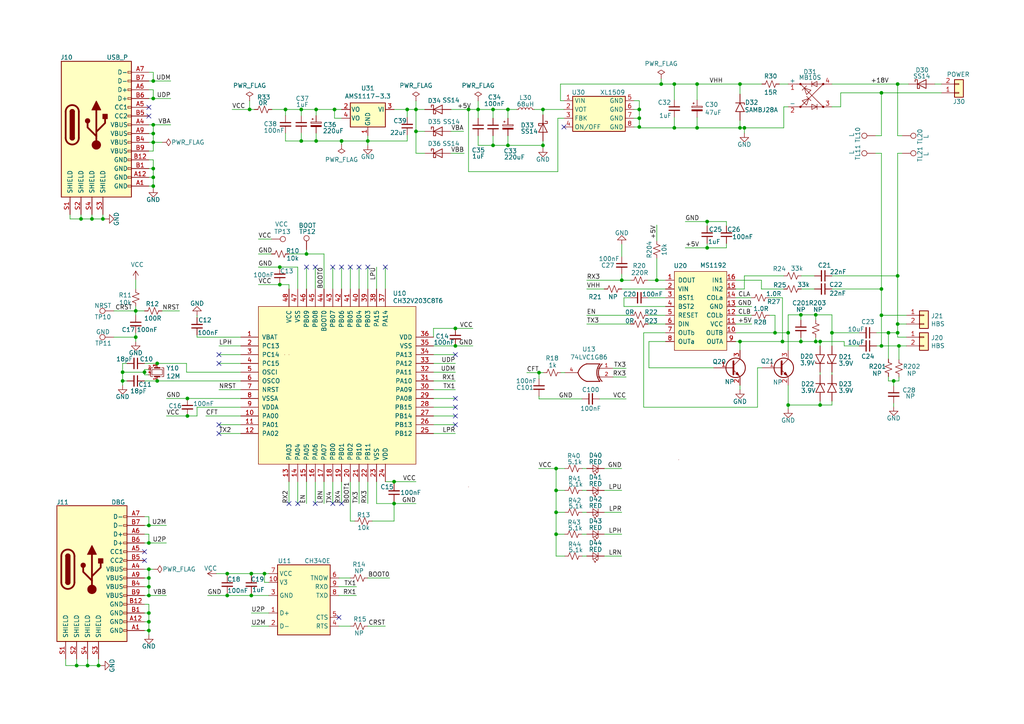
<source format=kicad_sch>
(kicad_sch (version 20211123) (generator eeschema)
  (paper "A4")
  (junction (at 132.08 95.25))
  (junction (at 44.45 41.275))
  (junction (at 156.337 108.077))
  (junction (at 28.575 193.04))
  (junction (at 91.694 40.894))
  (junction (at 147.32 31.75))
  (junction (at 232.283 99.06))
  (junction (at 237.871 117.475))
  (junction (at 214.63 24.384))
  (junction (at 44.45 53.975))
  (junction (at 260.35 96.52))
  (junction (at 45.593 105.41))
  (junction (at 260.35 24.384))
  (junction (at 236.601 99.06))
  (junction (at 88.9 73.66))
  (junction (at 120.65 31.75))
  (junction (at 180.34 81.28))
  (junction (at 161.29 148.59))
  (junction (at 72.898 166.37))
  (junction (at 255.651 100.33))
  (junction (at 82.804 31.75))
  (junction (at 54.356 120.65))
  (junction (at 81.153 77.47))
  (junction (at 87.376 40.894))
  (junction (at 25.4 193.04))
  (junction (at 260.35 80.01))
  (junction (at 45.593 110.49))
  (junction (at 43.18 182.88))
  (junction (at 214.63 37.084))
  (junction (at 120.65 38.1))
  (junction (at 195.58 37.084))
  (junction (at 114.3 146.05))
  (junction (at 65.913 166.37))
  (junction (at 236.601 91.313))
  (junction (at 97.028 31.75))
  (junction (at 29.845 63.5))
  (junction (at 190.5 81.28))
  (junction (at 39.37 90.17))
  (junction (at 228.6 117.475))
  (junction (at 143.002 42.164))
  (junction (at 44.45 48.895))
  (junction (at 226.949 99.06))
  (junction (at 43.18 165.1))
  (junction (at 255.651 83.82))
  (junction (at 39.37 97.79))
  (junction (at 26.67 63.5))
  (junction (at 143.002 31.75))
  (junction (at 255.651 91.44))
  (junction (at 214.63 99.06))
  (junction (at 257.683 96.52))
  (junction (at 81.153 82.55))
  (junction (at 65.913 172.72))
  (junction (at 44.45 36.195))
  (junction (at 72.39 31.75))
  (junction (at 228.6 96.52))
  (junction (at 260.35 93.98))
  (junction (at 76.708 166.37))
  (junction (at 135.89 31.75))
  (junction (at 232.283 91.313))
  (junction (at 215.9 37.084))
  (junction (at 147.32 42.164))
  (junction (at 114.3 139.7))
  (junction (at 202.184 37.084))
  (junction (at 260.731 100.33))
  (junction (at 22.225 193.04))
  (junction (at 43.18 157.48))
  (junction (at 43.18 172.72))
  (junction (at 35.56 110.49))
  (junction (at 44.45 28.575))
  (junction (at 23.495 63.5))
  (junction (at 195.58 24.384))
  (junction (at 157.48 31.75))
  (junction (at 54.356 115.57))
  (junction (at 255.651 26.924))
  (junction (at 161.29 135.89))
  (junction (at 99.06 40.894))
  (junction (at 205.105 64.262))
  (junction (at 43.18 180.34))
  (junction (at 185.42 34.29))
  (junction (at 224.79 96.52))
  (junction (at 185.42 31.75))
  (junction (at 91.694 31.75))
  (junction (at 161.29 142.24))
  (junction (at 185.42 36.83))
  (junction (at 259.207 110.49))
  (junction (at 44.45 51.435))
  (junction (at 132.08 100.33))
  (junction (at 118.11 31.75))
  (junction (at 161.29 154.94))
  (junction (at 106.68 40.894))
  (junction (at 43.18 152.4))
  (junction (at 202.184 24.384))
  (junction (at 44.45 38.735))
  (junction (at 241.3 96.52))
  (junction (at 44.45 23.495))
  (junction (at 35.56 107.95))
  (junction (at 41.91 107.95))
  (junction (at 157.48 42.164))
  (junction (at 87.376 31.75))
  (junction (at 237.871 99.06))
  (junction (at 72.898 172.72))
  (junction (at 191.77 24.384))
  (junction (at 43.18 177.8))
  (junction (at 205.105 71.882))
  (junction (at 138.684 31.75))
  (junction (at 43.18 170.18))
  (junction (at 43.18 167.64))
  (no_connect (at 86.36 146.05))
  (no_connect (at 83.82 146.05))
  (no_connect (at 106.68 77.47))
  (no_connect (at 41.91 162.56))
  (no_connect (at 99.06 77.47))
  (no_connect (at 99.06 146.05))
  (no_connect (at 63.5 125.73))
  (no_connect (at 43.18 31.115))
  (no_connect (at 96.52 146.05))
  (no_connect (at 104.14 77.47))
  (no_connect (at 91.44 146.05))
  (no_connect (at 91.44 77.47))
  (no_connect (at 163.576 36.83))
  (no_connect (at 132.08 123.19))
  (no_connect (at 63.5 105.41))
  (no_connect (at 88.9 77.47))
  (no_connect (at 132.08 118.11))
  (no_connect (at 43.18 33.655))
  (no_connect (at 101.6 77.47))
  (no_connect (at 41.91 160.02))
  (no_connect (at 63.5 123.19))
  (no_connect (at 132.08 102.87))
  (no_connect (at 132.08 115.57))
  (no_connect (at 98.298 179.07))
  (no_connect (at 132.08 120.65))
  (no_connect (at 63.5 102.87))
  (no_connect (at 96.52 77.47))
  (no_connect (at 111.76 77.47))
  (wire (pts (xy 175.26 135.89) (xy 180.34 135.89)))
  (wire (pts (xy 260.731 100.33) (xy 260.731 104.267)))
  (wire (pts (xy 41.91 170.18) (xy 43.18 170.18)))
  (wire (pts (xy 161.29 161.29) (xy 161.29 154.94)))
  (wire (pts (xy 125.73 113.03) (xy 132.08 113.03)))
  (wire (pts (xy 273.05 24.384) (xy 271.145 24.384)))
  (wire (pts (xy 33.02 97.79) (xy 39.37 97.79)))
  (wire (pts (xy 214.63 34.925) (xy 214.63 37.084)))
  (wire (pts (xy 120.65 44.45) (xy 120.65 38.1)))
  (wire (pts (xy 202.184 24.384) (xy 214.63 24.384)))
  (wire (pts (xy 183.896 36.83) (xy 185.42 36.83)))
  (wire (pts (xy 91.44 146.05) (xy 91.44 139.7)))
  (wire (pts (xy 163.83 135.89) (xy 161.29 135.89)))
  (wire (pts (xy 147.32 34.29) (xy 147.32 31.75)))
  (wire (pts (xy 93.98 73.66) (xy 93.98 83.82)))
  (wire (pts (xy 162.687 108.077) (xy 163.83 108.077)))
  (wire (pts (xy 109.22 139.7) (xy 109.22 146.05)))
  (wire (pts (xy 232.41 83.82) (xy 236.22 83.82)))
  (wire (pts (xy 255.651 91.44) (xy 255.651 100.33)))
  (wire (pts (xy 41.91 108.712) (xy 41.91 107.95)))
  (wire (pts (xy 163.576 31.75) (xy 157.48 31.75)))
  (wire (pts (xy 39.37 90.17) (xy 41.91 90.17)))
  (wire (pts (xy 106.68 146.05) (xy 106.68 139.7)))
  (wire (pts (xy 91.694 40.894) (xy 99.06 40.894)))
  (wire (pts (xy 168.91 148.59) (xy 170.18 148.59)))
  (wire (pts (xy 220.98 106.68) (xy 219.71 106.68)))
  (wire (pts (xy 213.36 88.9) (xy 218.059 88.9)))
  (wire (pts (xy 224.79 96.52) (xy 228.6 96.52)))
  (wire (pts (xy 65.913 172.72) (xy 60.198 172.72)))
  (wire (pts (xy 77.978 168.91) (xy 76.708 168.91)))
  (wire (pts (xy 223.012 86.36) (xy 226.949 86.36)))
  (wire (pts (xy 120.65 31.75) (xy 123.19 31.75)))
  (wire (pts (xy 36.83 105.41) (xy 35.56 105.41)))
  (wire (pts (xy 186.69 96.52) (xy 193.04 96.52)))
  (wire (pts (xy 82.804 38.608) (xy 82.804 40.894)))
  (wire (pts (xy 143.002 42.164) (xy 147.32 42.164)))
  (wire (pts (xy 125.73 95.25) (xy 125.73 97.79)))
  (wire (pts (xy 257.683 96.52) (xy 257.683 104.14)))
  (wire (pts (xy 260.35 44.45) (xy 260.35 80.01)))
  (wire (pts (xy 57.15 97.79) (xy 57.15 97.155)))
  (wire (pts (xy 138.684 34.29) (xy 138.684 31.75)))
  (wire (pts (xy 190.5 81.28) (xy 193.04 81.28)))
  (wire (pts (xy 260.35 93.98) (xy 262.89 93.98)))
  (wire (pts (xy 96.52 146.05) (xy 96.52 139.7)))
  (wire (pts (xy 39.37 90.17) (xy 39.37 91.44)))
  (wire (pts (xy 161.29 154.94) (xy 163.703 154.94)))
  (wire (pts (xy 254 44.45) (xy 255.651 44.45)))
  (wire (pts (xy 135.89 49.784) (xy 135.89 31.75)))
  (wire (pts (xy 125.73 107.95) (xy 132.08 107.95)))
  (wire (pts (xy 241.3 100.33) (xy 241.3 96.52)))
  (wire (pts (xy 143.002 31.75) (xy 147.32 31.75)))
  (wire (pts (xy 44.45 38.735) (xy 44.45 41.275)))
  (wire (pts (xy 138.684 29.21) (xy 138.684 31.75)))
  (wire (pts (xy 41.91 180.34) (xy 43.18 180.34)))
  (wire (pts (xy 43.18 182.88) (xy 41.91 182.88)))
  (wire (pts (xy 77.978 181.61) (xy 72.898 181.61)))
  (wire (pts (xy 161.798 49.784) (xy 135.89 49.784)))
  (wire (pts (xy 226.949 86.36) (xy 226.949 99.06)))
  (wire (pts (xy 39.37 81.153) (xy 39.37 83.82)))
  (wire (pts (xy 243.84 26.924) (xy 243.84 30.988)))
  (wire (pts (xy 25.4 191.135) (xy 25.4 193.04)))
  (wire (pts (xy 43.18 20.955) (xy 44.45 20.955)))
  (wire (pts (xy 260.35 24.384) (xy 260.35 39.37)))
  (wire (pts (xy 125.73 118.11) (xy 132.08 118.11)))
  (wire (pts (xy 69.85 100.33) (xy 63.5 100.33)))
  (wire (pts (xy 161.29 148.59) (xy 161.29 154.94)))
  (wire (pts (xy 254.254 100.33) (xy 255.651 100.33)))
  (wire (pts (xy 69.85 123.19) (xy 63.5 123.19)))
  (wire (pts (xy 232.283 97.917) (xy 232.283 99.06)))
  (wire (pts (xy 162.56 24.384) (xy 191.77 24.384)))
  (wire (pts (xy 147.32 31.75) (xy 149.86 31.75)))
  (wire (pts (xy 257.683 110.49) (xy 259.207 110.49)))
  (wire (pts (xy 227.33 37.084) (xy 215.9 37.084)))
  (wire (pts (xy 236.601 91.313) (xy 236.601 92.837)))
  (wire (pts (xy 22.225 191.135) (xy 22.225 193.04)))
  (wire (pts (xy 44.45 53.975) (xy 44.45 54.61)))
  (wire (pts (xy 168.91 142.24) (xy 170.18 142.24)))
  (wire (pts (xy 193.04 88.9) (xy 180.975 88.9)))
  (wire (pts (xy 109.22 77.47) (xy 109.22 83.82)))
  (wire (pts (xy 87.376 40.894) (xy 91.694 40.894)))
  (wire (pts (xy 44.45 26.035) (xy 44.45 28.575)))
  (wire (pts (xy 88.9 73.66) (xy 88.9 72.39)))
  (wire (pts (xy 241.3 80.01) (xy 260.35 80.01)))
  (wire (pts (xy 123.19 44.45) (xy 120.65 44.45)))
  (wire (pts (xy 241.3 96.52) (xy 249.174 96.52)))
  (wire (pts (xy 228.6 91.313) (xy 232.283 91.313)))
  (wire (pts (xy 260.35 93.98) (xy 260.35 96.52)))
  (wire (pts (xy 255.651 26.924) (xy 273.05 26.924)))
  (wire (pts (xy 43.18 38.735) (xy 44.45 38.735)))
  (wire (pts (xy 191.77 22.86) (xy 191.77 24.384)))
  (wire (pts (xy 54.356 115.57) (xy 48.26 115.57)))
  (wire (pts (xy 241.3 117.475) (xy 237.871 117.475)))
  (wire (pts (xy 241.3 83.82) (xy 255.651 83.82)))
  (wire (pts (xy 228.6 111.76) (xy 228.6 117.475)))
  (wire (pts (xy 107.95 151.13) (xy 114.3 151.13)))
  (wire (pts (xy 82.804 40.894) (xy 87.376 40.894)))
  (wire (pts (xy 156.337 108.077) (xy 157.607 108.077)))
  (wire (pts (xy 57.15 91.44) (xy 57.15 92.075)))
  (wire (pts (xy 236.601 97.917) (xy 236.601 99.06)))
  (wire (pts (xy 44.45 51.435) (xy 44.45 53.975)))
  (wire (pts (xy 83.82 83.82) (xy 83.82 82.55)))
  (wire (pts (xy 214.63 37.084) (xy 215.9 37.084)))
  (wire (pts (xy 41.91 107.95) (xy 35.56 107.95)))
  (wire (pts (xy 228.6 96.52) (xy 228.6 91.313)))
  (wire (pts (xy 215.9 83.82) (xy 213.36 83.82)))
  (wire (pts (xy 44.45 41.275) (xy 44.45 43.815)))
  (wire (pts (xy 69.85 113.03) (xy 63.5 113.03)))
  (wire (pts (xy 213.36 81.28) (xy 220.853 81.28)))
  (wire (pts (xy 26.67 63.5) (xy 29.845 63.5)))
  (wire (pts (xy 161.29 135.89) (xy 161.29 142.24)))
  (wire (pts (xy 104.14 77.47) (xy 104.14 83.82)))
  (wire (pts (xy 213.36 93.98) (xy 218.059 93.98)))
  (wire (pts (xy 77.978 172.72) (xy 72.898 172.72)))
  (wire (pts (xy 260.35 80.01) (xy 260.35 93.98)))
  (wire (pts (xy 106.68 40.894) (xy 106.68 39.37)))
  (wire (pts (xy 157.48 42.926) (xy 157.48 42.164)))
  (wire (pts (xy 237.871 107.95) (xy 237.871 108.712)))
  (wire (pts (xy 215.9 80.01) (xy 215.9 83.82)))
  (wire (pts (xy 259.207 110.49) (xy 259.207 111.887)))
  (wire (pts (xy 72.898 166.37) (xy 65.913 166.37)))
  (wire (pts (xy 86.36 146.05) (xy 86.36 139.7)))
  (wire (pts (xy 215.9 37.084) (xy 215.9 38.608)))
  (wire (pts (xy 125.73 110.49) (xy 132.08 110.49)))
  (wire (pts (xy 227.33 30.988) (xy 228.6 30.988)))
  (wire (pts (xy 43.053 108.712) (xy 41.91 108.712)))
  (wire (pts (xy 143.002 39.37) (xy 143.002 42.164)))
  (wire (pts (xy 65.913 167.005) (xy 65.913 166.37)))
  (wire (pts (xy 44.45 36.195) (xy 49.53 36.195)))
  (wire (pts (xy 177.8 109.347) (xy 181.61 109.347)))
  (wire (pts (xy 98.298 181.61) (xy 101.6 181.61)))
  (wire (pts (xy 202.184 28.956) (xy 202.184 24.384)))
  (wire (pts (xy 241.3 116.332) (xy 241.3 117.475)))
  (wire (pts (xy 106.68 42.164) (xy 106.68 40.894)))
  (wire (pts (xy 97.028 31.75) (xy 99.06 31.75)))
  (wire (pts (xy 74.93 73.66) (xy 78.74 73.66)))
  (wire (pts (xy 195.58 28.956) (xy 195.58 24.384)))
  (wire (pts (xy 210.693 70.612) (xy 210.693 71.882)))
  (wire (pts (xy 41.91 175.26) (xy 43.18 175.26)))
  (wire (pts (xy 76.708 166.37) (xy 72.898 166.37)))
  (wire (pts (xy 23.495 62.23) (xy 23.495 63.5)))
  (wire (pts (xy 120.65 29.21) (xy 120.65 31.75)))
  (wire (pts (xy 44.45 46.355) (xy 44.45 48.895)))
  (wire (pts (xy 156.337 108.077) (xy 156.337 109.855)))
  (wire (pts (xy 87.376 33.528) (xy 87.376 31.75)))
  (wire (pts (xy 20.32 62.23) (xy 20.32 63.5)))
  (wire (pts (xy 237.871 99.06) (xy 244.856 99.06)))
  (wire (pts (xy 91.44 77.47) (xy 91.44 83.82)))
  (wire (pts (xy 232.283 91.313) (xy 236.601 91.313)))
  (wire (pts (xy 255.651 26.924) (xy 255.651 39.37)))
  (wire (pts (xy 228.6 101.6) (xy 228.6 96.52)))
  (wire (pts (xy 41.91 177.8) (xy 43.18 177.8)))
  (wire (pts (xy 254 39.37) (xy 255.651 39.37)))
  (wire (pts (xy 46.99 90.17) (xy 52.07 90.17)))
  (wire (pts (xy 19.05 193.04) (xy 22.225 193.04)))
  (wire (pts (xy 69.85 105.41) (xy 63.5 105.41)))
  (wire (pts (xy 41.91 107.188) (xy 43.053 107.188)))
  (wire (pts (xy 180.34 83.82) (xy 193.04 83.82)))
  (wire (pts (xy 91.694 31.75) (xy 97.028 31.75)))
  (wire (pts (xy 39.37 97.79) (xy 39.37 99.06)))
  (wire (pts (xy 114.3 139.7) (xy 120.65 139.7)))
  (wire (pts (xy 220.853 81.28) (xy 220.853 83.82)))
  (wire (pts (xy 175.26 161.29) (xy 180.34 161.29)))
  (wire (pts (xy 185.42 29.21) (xy 185.42 31.75)))
  (wire (pts (xy 43.18 177.8) (xy 43.18 180.34)))
  (wire (pts (xy 260.35 24.384) (xy 263.525 24.384)))
  (wire (pts (xy 161.798 34.29) (xy 161.798 49.784)))
  (wire (pts (xy 43.18 41.275) (xy 44.45 41.275)))
  (wire (pts (xy 260.35 97.79) (xy 262.89 97.79)))
  (wire (pts (xy 207.01 106.68) (xy 188.214 106.68)))
  (wire (pts (xy 43.18 175.26) (xy 43.18 177.8)))
  (wire (pts (xy 162.56 29.21) (xy 162.56 24.384)))
  (wire (pts (xy 175.26 148.59) (xy 180.34 148.59)))
  (wire (pts (xy 57.15 118.11) (xy 69.85 118.11)))
  (wire (pts (xy 161.29 135.89) (xy 156.21 135.89)))
  (wire (pts (xy 44.45 36.195) (xy 44.45 38.735)))
  (wire (pts (xy 213.36 99.06) (xy 214.63 99.06)))
  (wire (pts (xy 255.651 91.44) (xy 262.89 91.44)))
  (wire (pts (xy 22.225 193.04) (xy 25.4 193.04)))
  (wire (pts (xy 81.153 82.55) (xy 74.93 82.55)))
  (wire (pts (xy 28.575 193.04) (xy 28.575 191.135)))
  (wire (pts (xy 43.18 51.435) (xy 44.45 51.435)))
  (wire (pts (xy 59.69 120.65) (xy 69.85 120.65)))
  (wire (pts (xy 20.32 63.5) (xy 23.495 63.5)))
  (wire (pts (xy 67.31 31.75) (xy 72.39 31.75)))
  (wire (pts (xy 244.856 99.06) (xy 244.856 100.33)))
  (wire (pts (xy 82.804 33.528) (xy 82.804 31.75)))
  (wire (pts (xy 232.283 99.06) (xy 236.601 99.06)))
  (wire (pts (xy 91.694 38.608) (xy 91.694 40.894)))
  (wire (pts (xy 43.18 26.035) (xy 44.45 26.035)))
  (wire (pts (xy 254.254 96.52) (xy 257.683 96.52)))
  (wire (pts (xy 226.06 24.384) (xy 228.6 24.384)))
  (wire (pts (xy 132.08 95.25) (xy 125.73 95.25)))
  (wire (pts (xy 220.853 83.82) (xy 227.33 83.82)))
  (wire (pts (xy 65.913 166.37) (xy 62.738 166.37)))
  (wire (pts (xy 98.298 170.18) (xy 103.378 170.18)))
  (wire (pts (xy 183.896 29.21) (xy 185.42 29.21)))
  (wire (pts (xy 118.11 39.116) (xy 118.11 40.894)))
  (wire (pts (xy 114.3 145.415) (xy 114.3 146.05)))
  (wire (pts (xy 114.3 146.05) (xy 120.65 146.05)))
  (wire (pts (xy 244.856 100.33) (xy 249.174 100.33)))
  (wire (pts (xy 187.96 91.44) (xy 193.04 91.44)))
  (wire (pts (xy 214.63 111.76) (xy 214.63 113.03)))
  (wire (pts (xy 255.651 100.33) (xy 260.731 100.33)))
  (wire (pts (xy 143.002 34.29) (xy 143.002 31.75)))
  (wire (pts (xy 214.63 24.384) (xy 220.98 24.384)))
  (wire (pts (xy 82.804 31.75) (xy 87.376 31.75)))
  (wire (pts (xy 156.337 115.697) (xy 168.783 115.697)))
  (wire (pts (xy 223.139 91.44) (xy 224.79 91.44)))
  (wire (pts (xy 43.18 149.86) (xy 41.91 149.86)))
  (wire (pts (xy 193.04 86.36) (xy 187.96 86.36)))
  (wire (pts (xy 43.18 36.195) (xy 44.45 36.195)))
  (wire (pts (xy 111.76 77.47) (xy 111.76 83.82)))
  (wire (pts (xy 125.73 125.73) (xy 132.08 125.73)))
  (wire (pts (xy 198.755 64.262) (xy 205.105 64.262)))
  (wire (pts (xy 157.48 40.894) (xy 157.48 42.164)))
  (wire (pts (xy 44.45 48.895) (xy 44.45 51.435)))
  (wire (pts (xy 237.871 117.475) (xy 228.6 117.475)))
  (wire (pts (xy 195.58 37.084) (xy 202.184 37.084)))
  (wire (pts (xy 147.32 39.37) (xy 147.32 42.164)))
  (wire (pts (xy 76.708 168.91) (xy 76.708 166.37)))
  (wire (pts (xy 214.63 99.06) (xy 226.949 99.06)))
  (wire (pts (xy 35.56 107.95) (xy 35.56 110.49)))
  (wire (pts (xy 187.96 81.28) (xy 190.5 81.28)))
  (wire (pts (xy 91.694 33.528) (xy 91.694 31.75)))
  (wire (pts (xy 54.102 105.41) (xy 45.593 105.41)))
  (wire (pts (xy 72.39 31.75) (xy 73.787 31.75)))
  (wire (pts (xy 43.18 152.4) (xy 48.26 152.4)))
  (wire (pts (xy 114.3 140.335) (xy 114.3 139.7)))
  (wire (pts (xy 183.896 34.29) (xy 185.42 34.29)))
  (wire (pts (xy 101.6 77.47) (xy 101.6 83.82)))
  (wire (pts (xy 43.18 172.72) (xy 48.26 172.72)))
  (wire (pts (xy 41.91 107.95) (xy 41.91 107.188)))
  (wire (pts (xy 173.863 115.697) (xy 181.61 115.697)))
  (wire (pts (xy 190.5 74.93) (xy 190.5 81.28)))
  (wire (pts (xy 87.376 38.608) (xy 87.376 40.894)))
  (wire (pts (xy 45.593 110.49) (xy 69.85 110.49)))
  (wire (pts (xy 125.73 115.57) (xy 132.08 115.57)))
  (wire (pts (xy 72.898 172.72) (xy 65.913 172.72)))
  (wire (pts (xy 118.11 31.75) (xy 120.65 31.75)))
  (wire (pts (xy 260.35 44.45) (xy 261.62 44.45)))
  (wire (pts (xy 43.18 46.355) (xy 44.45 46.355)))
  (wire (pts (xy 170.18 83.82) (xy 175.26 83.82)))
  (wire (pts (xy 138.684 42.164) (xy 143.002 42.164)))
  (wire (pts (xy 182.88 93.98) (xy 170.18 93.98)))
  (wire (pts (xy 29.845 63.5) (xy 30.48 63.5)))
  (wire (pts (xy 83.82 73.66) (xy 88.9 73.66)))
  (wire (pts (xy 260.35 97.79) (xy 260.35 96.52)))
  (wire (pts (xy 43.18 165.1) (xy 41.91 165.1)))
  (wire (pts (xy 106.68 167.64) (xy 113.03 167.64)))
  (wire (pts (xy 69.85 115.57) (xy 54.356 115.57)))
  (wire (pts (xy 152.781 108.077) (xy 156.337 108.077)))
  (wire (pts (xy 210.693 64.262) (xy 210.693 65.532)))
  (wire (pts (xy 43.18 28.575) (xy 44.45 28.575)))
  (wire (pts (xy 180.34 81.28) (xy 182.88 81.28)))
  (wire (pts (xy 205.105 71.882) (xy 210.693 71.882)))
  (wire (pts (xy 118.11 40.894) (xy 106.68 40.894)))
  (wire (pts (xy 163.83 148.59) (xy 161.29 148.59)))
  (wire (pts (xy 41.91 167.64) (xy 43.18 167.64)))
  (wire (pts (xy 41.91 110.49) (xy 45.593 110.49)))
  (wire (pts (xy 86.36 77.47) (xy 81.153 77.47)))
  (wire (pts (xy 130.81 31.75) (xy 135.89 31.75)))
  (wire (pts (xy 182.88 91.44) (xy 170.18 91.44)))
  (wire (pts (xy 83.82 82.55) (xy 81.153 82.55)))
  (wire (pts (xy 157.48 31.75) (xy 154.94 31.75)))
  (wire (pts (xy 260.35 39.37) (xy 261.62 39.37)))
  (wire (pts (xy 241.3 108.712) (xy 241.3 107.95)))
  (wire (pts (xy 46.99 41.275) (xy 44.45 41.275)))
  (wire (pts (xy 43.18 182.88) (xy 43.18 184.15)))
  (wire (pts (xy 109.22 146.05) (xy 114.3 146.05)))
  (wire (pts (xy 44.45 23.495) (xy 49.53 23.495)))
  (wire (pts (xy 185.42 34.29) (xy 185.42 36.83)))
  (wire (pts (xy 118.11 34.036) (xy 118.11 31.75)))
  (wire (pts (xy 98.298 167.64) (xy 101.6 167.64)))
  (wire (pts (xy 180.34 79.502) (xy 180.34 81.28)))
  (wire (pts (xy 202.184 37.084) (xy 214.63 37.084)))
  (wire (pts (xy 232.283 91.313) (xy 232.283 92.837)))
  (wire (pts (xy 33.02 90.17) (xy 39.37 90.17)))
  (wire (pts (xy 185.42 31.75) (xy 185.42 34.29)))
  (wire (pts (xy 81.153 77.47) (xy 74.93 77.47)))
  (wire (pts (xy 226.949 99.06) (xy 232.283 99.06)))
  (wire (pts (xy 72.898 172.085) (xy 72.898 172.72)))
  (wire (pts (xy 219.71 106.68) (xy 219.71 118.11)))
  (wire (pts (xy 44.45 43.815) (xy 43.18 43.815)))
  (wire (pts (xy 114.3 31.75) (xy 118.11 31.75)))
  (wire (pts (xy 213.36 91.44) (xy 218.059 91.44)))
  (wire (pts (xy 99.06 77.47) (xy 99.06 83.82)))
  (wire (pts (xy 132.08 95.25) (xy 137.16 95.25)))
  (wire (pts (xy 44.45 23.495) (xy 43.18 23.495)))
  (wire (pts (xy 185.42 36.83) (xy 185.42 37.084)))
  (wire (pts (xy 191.77 24.384) (xy 195.58 24.384)))
  (wire (pts (xy 161.29 142.24) (xy 161.29 148.59)))
  (wire (pts (xy 177.8 106.807) (xy 181.61 106.807)))
  (wire (pts (xy 243.84 26.924) (xy 255.651 26.924)))
  (wire (pts (xy 69.85 125.73) (xy 63.5 125.73)))
  (wire (pts (xy 125.73 120.65) (xy 132.08 120.65)))
  (wire (pts (xy 168.91 161.29) (xy 170.18 161.29)))
  (wire (pts (xy 87.376 31.75) (xy 91.694 31.75)))
  (wire (pts (xy 99.06 40.894) (xy 106.68 40.894)))
  (wire (pts (xy 43.18 167.64) (xy 43.18 165.1)))
  (wire (pts (xy 39.37 88.9) (xy 39.37 90.17)))
  (wire (pts (xy 255.651 44.45) (xy 255.651 83.82)))
  (wire (pts (xy 202.184 24.384) (xy 195.58 24.384)))
  (wire (pts (xy 23.495 63.5) (xy 26.67 63.5)))
  (wire (pts (xy 99.06 41.91) (xy 99.06 40.894)))
  (wire (pts (xy 86.36 77.47) (xy 86.36 83.82)))
  (wire (pts (xy 78.74 69.342) (xy 74.93 69.342)))
  (wire (pts (xy 147.32 42.164) (xy 157.48 42.164)))
  (wire (pts (xy 213.36 96.52) (xy 224.79 96.52)))
  (wire (pts (xy 132.08 100.33) (xy 137.16 100.33)))
  (wire (pts (xy 97.028 34.29) (xy 97.028 31.75)))
  (wire (pts (xy 156.337 114.935) (xy 156.337 115.697)))
  (wire (pts (xy 76.708 166.37) (xy 77.978 166.37)))
  (wire (pts (xy 28.575 193.04) (xy 29.21 193.04)))
  (wire (pts (xy 138.684 31.75) (xy 143.002 31.75)))
  (wire (pts (xy 41.91 172.72) (xy 43.18 172.72)))
  (wire (pts (xy 72.898 167.005) (xy 72.898 166.37)))
  (wire (pts (xy 224.79 91.44) (xy 224.79 96.52)))
  (wire (pts (xy 175.26 142.24) (xy 180.34 142.24)))
  (wire (pts (xy 180.975 88.9) (xy 180.975 86.36)))
  (wire (pts (xy 130.81 38.1) (xy 134.493 38.1)))
  (wire (pts (xy 138.684 42.164) (xy 138.684 39.37)))
  (wire (pts (xy 255.651 83.82) (xy 255.651 91.44)))
  (wire (pts (xy 259.207 110.49) (xy 260.731 110.49)))
  (wire (pts (xy 54.102 107.95) (xy 54.102 105.41)))
  (wire (pts (xy 195.58 34.036) (xy 195.58 37.084)))
  (wire (pts (xy 125.73 123.19) (xy 132.08 123.19)))
  (wire (pts (xy 157.48 33.274) (xy 157.48 31.75)))
  (wire (pts (xy 260.731 110.49) (xy 260.731 109.347)))
  (wire (pts (xy 96.52 77.47) (xy 96.52 83.82)))
  (wire (pts (xy 77.978 177.8) (xy 72.898 177.8)))
  (wire (pts (xy 241.3 24.384) (xy 260.35 24.384)))
  (wire (pts (xy 43.18 172.72) (xy 43.18 170.18)))
  (wire (pts (xy 237.871 100.33) (xy 237.871 99.06)))
  (wire (pts (xy 35.56 111.76) (xy 35.56 110.49)))
  (wire (pts (xy 259.207 116.967) (xy 259.207 117.983)))
  (wire (pts (xy 236.22 80.01) (xy 232.41 80.01)))
  (wire (pts (xy 83.82 146.05) (xy 83.82 139.7)))
  (wire (pts (xy 44.45 28.575) (xy 49.53 28.575)))
  (wire (pts (xy 93.98 73.66) (xy 88.9 73.66)))
  (wire (pts (xy 193.04 93.98) (xy 187.96 93.98)))
  (wire (pts (xy 101.6 151.13) (xy 102.87 151.13)))
  (wire (pts (xy 45.593 105.41) (xy 41.91 105.41)))
  (wire (pts (xy 106.68 181.61) (xy 111.76 181.61)))
  (wire (pts (xy 43.18 48.895) (xy 44.45 48.895)))
  (wire (pts (xy 65.913 172.085) (xy 65.913 172.72)))
  (wire (pts (xy 106.68 77.47) (xy 106.68 83.82)))
  (wire (pts (xy 125.73 102.87) (xy 132.08 102.87)))
  (wire (pts (xy 198.755 71.882) (xy 205.105 71.882)))
  (wire (pts (xy 205.105 70.612) (xy 205.105 71.882)))
  (wire (pts (xy 19.05 191.135) (xy 19.05 193.04)))
  (wire (pts (xy 72.39 29.21) (xy 72.39 31.75)))
  (wire (pts (xy 186.69 96.52) (xy 186.69 118.11)))
  (wire (pts (xy 236.601 99.06) (xy 237.871 99.06)))
  (wire (pts (xy 123.19 38.1) (xy 120.65 38.1)))
  (wire (pts (xy 168.91 135.89) (xy 170.18 135.89)))
  (wire (pts (xy 57.15 120.65) (xy 54.356 120.65)))
  (wire (pts (xy 215.9 80.01) (xy 227.33 80.01)))
  (wire (pts (xy 43.18 157.48) (xy 41.91 157.48)))
  (wire (pts (xy 41.91 154.94) (xy 43.18 154.94)))
  (wire (pts (xy 163.83 142.24) (xy 161.29 142.24)))
  (wire (pts (xy 43.18 170.18) (xy 43.18 167.64)))
  (wire (pts (xy 54.102 107.95) (xy 69.85 107.95)))
  (wire (pts (xy 219.71 118.11) (xy 186.69 118.11)))
  (wire (pts (xy 130.81 44.45) (xy 134.62 44.45)))
  (wire (pts (xy 236.601 91.313) (xy 241.3 91.313)))
  (wire (pts (xy 111.76 139.7) (xy 114.3 139.7)))
  (wire (pts (xy 43.18 154.94) (xy 43.18 157.48)))
  (wire (pts (xy 163.576 34.29) (xy 161.798 34.29)))
  (wire (pts (xy 241.3 91.313) (xy 241.3 96.52)))
  (wire (pts (xy 227.33 30.988) (xy 227.33 37.084)))
  (wire (pts (xy 120.65 38.1) (xy 120.65 31.75)))
  (wire (pts (xy 35.56 110.49) (xy 36.83 110.49)))
  (wire (pts (xy 88.9 83.82) (xy 88.9 77.47)))
  (wire (pts (xy 104.14 146.05) (xy 104.14 139.7)))
  (wire (pts (xy 188.214 99.06) (xy 193.04 99.06)))
  (wire (pts (xy 180.975 86.36) (xy 182.88 86.36)))
  (wire (pts (xy 125.73 105.41) (xy 132.08 105.41)))
  (wire (pts (xy 35.56 105.41) (xy 35.56 107.95)))
  (wire (pts (xy 41.91 152.4) (xy 43.18 152.4)))
  (wire (pts (xy 185.42 37.084) (xy 195.58 37.084)))
  (wire (pts (xy 29.845 63.5) (xy 29.845 62.23)))
  (wire (pts (xy 168.783 154.94) (xy 170.18 154.94)))
  (wire (pts (xy 88.9 146.05) (xy 88.9 139.7)))
  (wire (pts (xy 214.63 101.6) (xy 214.63 99.06)))
  (wire (pts (xy 98.298 172.72) (xy 103.378 172.72)))
  (wire (pts (xy 228.6 117.475) (xy 228.6 118.618)))
  (wire (pts (xy 237.871 116.332) (xy 237.871 117.475)))
  (wire (pts (xy 26.67 62.23) (xy 26.67 63.5)))
  (wire (pts (xy 190.5 69.85) (xy 190.5 65.278)))
  (wire (pts (xy 57.15 118.11) (xy 57.15 120.65)))
  (wire (pts (xy 93.98 146.05) (xy 93.98 139.7)))
  (wire (pts (xy 78.867 31.75) (xy 82.804 31.75)))
  (wire (pts (xy 99.06 146.05) (xy 99.06 139.7)))
  (wire (pts (xy 257.683 109.22) (xy 257.683 110.49)))
  (wire (pts (xy 163.576 29.21) (xy 162.56 29.21)))
  (wire (pts (xy 44.45 20.955) (xy 44.45 23.495)))
  (wire (pts (xy 205.105 64.262) (xy 210.693 64.262)))
  (wire (pts (xy 99.06 34.29) (xy 97.028 34.29)))
  (wire (pts (xy 175.26 154.94) (xy 180.34 154.94)))
  (wire (pts (xy 213.36 86.36) (xy 217.932 86.36)))
  (wire (pts (xy 57.15 97.79) (xy 69.85 97.79)))
  (wire (pts (xy 188.214 106.68) (xy 188.214 99.06)))
  (wire (pts (xy 205.105 65.532) (xy 205.105 64.262)))
  (wire (pts (xy 54.356 120.65) (xy 48.26 120.65)))
  (wire (pts (xy 43.18 180.34) (xy 43.18 182.88)))
  (wire (pts (xy 44.45 165.1) (xy 43.18 165.1)))
  (wire (pts (xy 202.184 34.036) (xy 202.184 37.084)))
  (wire (pts (xy 125.73 100.33) (xy 132.08 100.33)))
  (wire (pts (xy 25.4 193.04) (xy 28.575 193.04)))
  (wire (pts (xy 101.6 139.7) (xy 101.6 151.13)))
  (wire (pts (xy 44.45 53.975) (xy 43.18 53.975)))
  (wire (pts (xy 114.3 146.05) (xy 114.3 151.13)))
  (wire (pts (xy 69.85 102.87) (xy 63.5 102.87)))
  (wire (pts (xy 180.34 70.866) (xy 180.34 74.422)))
  (wire (pts (xy 39.37 96.52) (xy 39.37 97.79)))
  (wire (pts (xy 43.18 152.4) (xy 43.18 149.86)))
  (wire (pts (xy 163.83 161.29) (xy 161.29 161.29)))
  (wire (pts (xy 214.63 27.305) (xy 214.63 24.384)))
  (wire (pts (xy 260.731 100.33) (xy 262.89 100.33)))
  (wire (pts (xy 170.18 81.28) (xy 180.34 81.28)))
  (wire (pts (xy 257.683 96.52) (xy 260.35 96.52)))
  (wire (pts (xy 43.18 157.48) (xy 48.26 157.48)))
  (wire (pts (xy 241.3 30.988) (xy 243.84 30.988)))
  (wire (pts (xy 183.896 31.75) (xy 185.42 31.75)))
  (wire (pts (xy 135.89 31.75) (xy 138.684 31.75)))
  (label "GND" (at 137.16 100.33 180))
  (label "LPR" (at 132.08 125.73 180))
  (label "RX2" (at 83.82 146.05 90))
  (label "UDP" (at 49.53 28.575 180))
  (label "VCC" (at 74.93 69.342 0))
  (label "RX1" (at 132.08 110.49 180))
  (label "+5V" (at 190.5 65.278 270))
  (label "GND" (at 120.65 146.05 180))
  (label "LRN" (at 180.34 161.29 180))
  (label "+5V" (at 198.755 71.882 0))
  (label "EN" (at 170.18 91.44 0))
  (label "TX3" (at 181.61 106.807 180))
  (label "VHH" (at 170.18 83.82 0))
  (label "LPH" (at 180.34 154.94 180))
  (label "VBA" (at 49.53 36.195 180))
  (label "+5V" (at 218.059 93.98 180))
  (label "U2P" (at 72.898 177.8 0))
  (label "U2M" (at 48.26 152.4 180))
  (label "VBA" (at 134.493 38.1 180))
  (label "GND" (at 48.26 115.57 0))
  (label "CFT" (at 152.781 108.077 0))
  (label "GND" (at 180.34 135.89 180))
  (label "NRST" (at 63.5 113.03 0))
  (label "LRN" (at 93.98 146.05 90))
  (label "VCC" (at 137.16 95.25 180))
  (label "GND" (at 198.755 64.262 0))
  (label "TX1" (at 132.08 113.03 180))
  (label "CLA" (at 217.678 86.36 180))
  (label "TX3" (at 104.14 146.05 90))
  (label "TX2" (at 63.5 125.73 0))
  (label "UDM" (at 49.53 23.495 180))
  (label "BOOT1" (at 101.6 146.05 90))
  (label "EN" (at 88.9 146.05 90))
  (label "GND" (at 60.198 172.72 0))
  (label "VCC" (at 156.21 135.89 0))
  (label "LPR" (at 180.34 148.59 180))
  (label "GND" (at 74.93 77.47 0))
  (label "BOOT0" (at 113.03 167.64 180))
  (label "LPH" (at 63.5 100.33 0))
  (label "RX1" (at 103.378 172.72 180))
  (label "CRST" (at 111.76 181.61 180))
  (label "VBB" (at 48.26 172.72 180))
  (label "RX4" (at 99.06 146.05 90))
  (label "CLB" (at 217.805 91.44 180))
  (label "VBB" (at 134.62 44.45 180))
  (label "U2P" (at 48.26 157.48 180))
  (label "TX1" (at 103.378 170.18 180))
  (label "UDM" (at 132.08 107.95 180))
  (label "BOOT0" (at 93.98 77.47 270))
  (label "+18V" (at 257.81 24.384 180))
  (label "VCC" (at 181.61 115.697 180))
  (label "VCC" (at 74.93 82.55 0))
  (label "GND" (at 74.93 73.66 0))
  (label "TX4" (at 96.52 146.05 90))
  (label "VCC" (at 48.26 120.65 0))
  (label "RX3" (at 181.61 109.347 180))
  (label "CFT" (at 59.69 120.65 0))
  (label "+5V" (at 132.588 31.75 0))
  (label "VHH" (at 205.74 24.384 0))
  (label "VCC" (at 120.65 139.7 180))
  (label "RX3" (at 106.68 146.05 90))
  (label "VCC" (at 67.31 31.75 0))
  (label "GND" (at 218.059 88.9 180))
  (label "CRST" (at 38.354 90.17 180))
  (label "U2M" (at 72.898 181.61 0))
  (label "TX3" (at 170.18 93.98 0))
  (label "GND" (at 162.052 115.697 0))
  (label "RX3" (at 170.18 81.28 0))
  (label "LPU" (at 180.34 142.24 180))
  (label "LPU" (at 109.22 77.47 270))
  (label "NRST" (at 52.07 90.17 180))
  (label "UDP" (at 132.08 105.41 180))
  (symbol (lib_id "kicad_symbol_general_s:MS1192") (at 203.2 90.17 0) (unit 1)
    (property "Reference" "U20" (at 197.358 77.089 0))
    (property "Value" "MS1192" (at 206.883 76.962 0))
    (property "Footprint" "kicad_footpring_general:SOIC-16_3.9x9.9mm_P1.27mm" (effects hide))
  )
  (symbol (lib_id "kicad_symbol_general:Conn_01x02") (at 267.97 97.79 0) (unit 1)
    (property "Reference" "J20" (at 270.002 97.9932 0) (effects (justify left)))
    (property "Value" "HBS" (at 270.002 100.3046 0) (effects (justify left)))
    (property "Footprint" "kicad_footprint_general:PhoenixContact_MCV_1,5_2-G-3.81_1x02_P3.81mm_Vertical" (effects hide))
  )
  (symbol (lib_id "kicad_symbol_general:C_Small") (at 251.714 96.52 270) (unit 1)
    (property "Reference" "C23" (at 251.714 93.345 90))
    (property "Value" "10uF" (at 248.285 95.504 90))
    (property "Footprint" "kicad_footprint_general:C_1206_3216Metric" (effects hide))
    (property "Datasheet" "50V" (effects hide))
  )
  (symbol (lib_id "kicad_symbol_general:C_Small") (at 251.714 100.33 270) (unit 1)
    (property "Reference" "C24" (at 251.714 103.378 90))
    (property "Value" "10uF" (at 248.285 99.314 90))
    (property "Footprint" "kicad_footprint_general:C_1206_3216Metric" (effects hide))
    (property "Datasheet" "50V" (effects hide))
  )
  (symbol (lib_id "kicad_symbol_general:R_Small_US") (at 229.87 83.82 270) (unit 1)
    (property "Reference" "R25" (at 226.187 82.677 90))
    (property "Value" "33k" (at 233.045 82.55 90))
    (property "Footprint" "kicad_footprint_general:R_0603_1608Metric" (effects hide))
  )
  (symbol (lib_id "kicad_symbol_general:R_Small_US") (at 229.87 80.01 270) (unit 1)
    (property "Reference" "R24" (at 226.06 77.978 90))
    (property "Value" "33k" (at 231.14 77.851 90))
    (property "Footprint" "kicad_footprint_general:R_0603_1608Metric" (effects hide))
  )
  (symbol (lib_id "kicad_symbol_general:C_Small") (at 238.76 80.01 270) (unit 1)
    (property "Reference" "C21" (at 239.141 76.962 90))
    (property "Value" "22nF" (at 243.078 78.867 90))
    (property "Footprint" "kicad_footprint_general:C_0603_1608Metric" (effects hide))
    (property "Datasheet" "50V" (effects hide))
  )
  (symbol (lib_id "kicad_symbol_general:C_Small") (at 238.76 83.82 270) (unit 1)
    (property "Reference" "C22" (at 242.443 82.55 90))
    (property "Value" "22nF" (at 242.951 85.09 90))
    (property "Footprint" "kicad_footprint_general:C_0603_1608Metric" (effects hide))
    (property "Datasheet" "50V" (effects hide))
  )
  (symbol (lib_id "kicad_symbol_general:C_Small") (at 185.42 86.36 270) (unit 1)
    (property "Reference" "C20" (at 182.626 85.344 90))
    (property "Value" "100nF" (at 189.23 85.344 90))
    (property "Footprint" "kicad_footprint_general:C_0603_1608Metric" (effects hide))
  )
  (symbol (lib_id "kicad_symbol_general:Q_NPN_BEC") (at 212.09 106.68 0) (unit 1)
    (property "Reference" "Q20" (at 206.629 104.902 0) (effects (justify left)))
    (property "Value" "NP" (at 210.185 110.744 0) (effects (justify left)))
    (property "Footprint" "kicad_footprint_general:SOT-23" (effects hide))
    (property "Datasheet" "SS8050" (effects hide))
  )
  (symbol (lib_id "kicad_symbol_general:Q_NPN_BEC") (at 226.06 106.68 0) (unit 1)
    (property "Reference" "Q21" (at 220.599 104.775 0) (effects (justify left)))
    (property "Value" "NP" (at 224.155 110.871 0) (effects (justify left)))
    (property "Footprint" "kicad_footprint_general:SOT-23" (effects hide))
    (property "Datasheet" "SS8050" (effects hide))
  )
  (symbol (lib_id "power:GND") (at 214.63 113.03 0) (unit 1)
    (property "Reference" "#PWR0102" (effects hide))
    (property "Value" "GND" (at 216.662 116.459 0) (effects (justify right)))
  )
  (symbol (lib_id "power:GND") (at 228.6 118.618 0) (unit 1)
    (property "Reference" "#PWR0101" (effects hide))
    (property "Value" "GND" (at 230.632 121.92 0) (effects (justify right)))
  )
  (symbol (lib_id "kicad_symbol_general:1.5KExxA") (at 237.871 112.522 270) (unit 1)
    (property "Reference" "D22" (at 232.283 111.379 90) (effects (justify left)))
    (property "Value" "3.9V" (at 232.283 113.284 90) (effects (justify left)))
    (property "Footprint" "kicad_footprint_general:D_SOD-123F" (effects hide))
    (property "Datasheet" "https://www.vishay.com/docs/88301/15ke.pdf" (effects hide))
  )
  (symbol (lib_id "kicad_symbol_general:Crystal_GND24_Small") (at 45.593 107.95 90) (unit 1)
    (property "Reference" "Y10" (at 48.2092 106.7816 90) (effects (justify right)))
    (property "Value" "12M" (at 48.2092 109.093 90) (effects (justify right)))
    (property "Footprint" "kicad_footprint_general:Crystal_SMD_3225-4Pin_3.2x2.5mm" (effects hide))
  )
  (symbol (lib_id "kicad_symbol_general:1.5KExxA") (at 237.871 104.14 90) (unit 1)
    (property "Reference" "D20" (at 232.029 103.378 90) (effects (justify right)))
    (property "Value" "3.9V" (at 232.029 105.283 90) (effects (justify right)))
    (property "Footprint" "kicad_footprint_general:D_SOD-123F" (effects hide))
    (property "Datasheet" "https://www.vishay.com/docs/88301/15ke.pdf" (effects hide))
  )
  (symbol (lib_id "kicad_symbol_general:1.5KExxA") (at 241.3 104.14 90) (unit 1)
    (property "Reference" "D21" (at 243.205 103.505 90) (effects (justify right)))
    (property "Value" "3.9V" (at 243.205 105.41 90) (effects (justify right)))
    (property "Footprint" "kicad_footprint_general:D_SOD-123F" (effects hide))
    (property "Datasheet" "https://www.vishay.com/docs/88301/15ke.pdf" (effects hide))
  )
  (symbol (lib_id "kicad_symbol_general:1.5KExxA") (at 241.3 112.522 270) (unit 1)
    (property "Reference" "D23" (at 243.205 111.379 90) (effects (justify left)))
    (property "Value" "3.9V" (at 243.205 113.284 90) (effects (justify left)))
    (property "Footprint" "kicad_footprint_general:D_SOD-123F" (effects hide))
    (property "Datasheet" "https://www.vishay.com/docs/88301/15ke.pdf" (effects hide))
  )
  (symbol (lib_id "kicad_symbol_general:C_Small") (at 39.37 110.49 270) (unit 1)
    (property "Reference" "C11" (at 40.132 111.506 90) (effects (justify left)))
    (property "Value" "18pF" (at 37.719 113.411 90) (effects (justify left)))
    (property "Footprint" "kicad_footprint_general:C_0603_1608Metric" (effects hide))
  )
  (symbol (lib_id "kicad_symbol_general_s:CH32V203C8T6_LQFP48") (at 97.79 111.76 0) (unit 1)
    (property "Reference" "U10" (at 113.919 85.09 0) (effects (justify left)))
    (property "Value" "CH32V203C8T6" (at 113.919 87.249 0) (effects (justify left)))
    (property "Footprint" "kicad_footprint_general:LQFP-48_7x7mm_P0.5mm" (effects hide))
  )
  (symbol (lib_id "kicad_symbol_general:Conn_01x02") (at 278.13 26.924 0) (mirror x) (unit 1)
    (property "Reference" "J30" (at 276.352 29.464 0) (effects (justify left)))
    (property "Value" "POWER" (at 274.574 21.59 0) (effects (justify left)))
    (property "Footprint" "kicad_footprint_general:PhoenixContact_MCV_1,5_2-G-3.81_1x02_P3.81mm_Vertical" (effects hide))
  )
  (symbol (lib_id "kicad_symbol_general:C_Small") (at 39.37 105.41 270) (unit 1)
    (property "Reference" "C10" (at 40.513 104.14 90) (effects (justify left)))
    (property "Value" "18pF" (at 33.655 104.14 90) (effects (justify left)))
    (property "Footprint" "kicad_footprint_general:C_0603_1608Metric" (effects hide))
  )
  (symbol (lib_id "kicad_symbol_general:R_Small_US") (at 223.52 24.384 270) (unit 1)
    (property "Reference" "R30" (at 223.52 22.098 90))
    (property "Value" "15R" (at 223.52 26.797 90))
    (property "Footprint" "kicad_footprint_general:R_Axial_DIN0411_L9.9mm_D3.6mm_P18mm_Horizontal" (effects hide))
  )
  (symbol (lib_id "kicad_symbol_general:1.5KExxA") (at 214.63 31.115 270) (unit 1)
    (property "Reference" "D32" (at 219.964 29.718 90) (effects (justify right)))
    (property "Value" "SAMBJ28A" (at 225.679 31.877 90) (effects (justify right)))
    (property "Footprint" "kicad_footprint_general:D_SMB" (effects hide))
    (property "Datasheet" "https://www.vishay.com/docs/88301/15ke.pdf" (effects hide))
  )
  (symbol (lib_id "kicad_symbol_general:USB_C_Receptacle_14") (at 27.94 36.195 0) (unit 1)
    (property "Reference" "J10" (at 19.304 16.637 0))
    (property "Value" "USB_P" (at 34.036 16.637 0))
    (property "Footprint" "kicad_footprint_general:USB_C_Receptacle_14Pin" (effects hide))
    (property "Datasheet" "https://www.usb.org/sites/default/files/documents/usb_type-c.zip" (effects hide))
  )
  (symbol (lib_id "power:GND") (at 215.9 38.608 0) (unit 1)
    (property "Reference" "#PWR0104" (effects hide))
    (property "Value" "GND" (at 217.932 41.91 0) (effects (justify right)))
  )
  (symbol (lib_id "kicad_symbol_general:USB_C_Receptacle_14") (at 26.67 165.1 0) (unit 1)
    (property "Reference" "J11" (at 18.161 145.669 0))
    (property "Value" "DBG" (at 34.29 145.669 0))
    (property "Footprint" "kicad_footprint_general:USB_C_Receptacle_14Pin" (effects hide))
    (property "Datasheet" "https://www.usb.org/sites/default/files/documents/usb_type-c.zip" (effects hide))
  )
  (symbol (lib_id "kicad_symbol_general:CH340E") (at 88.138 173.99 0) (unit 1)
    (property "Reference" "U11" (at 82.55 162.687 0))
    (property "Value" "CH340E" (at 92.075 162.687 0))
    (property "Footprint" "kicad_footprint_general:MSOP-10_3x3mm_P0.5mm" (effects hide))
    (property "Datasheet" "http://www.datasheet5.com/pdf-local-2195953" (effects hide))
  )
  (symbol (lib_id "kicad_symbol_general:CP_Small") (at 202.184 31.496 0) (unit 1)
    (property "Reference" "C30" (at 204.4192 30.3276 0) (effects (justify left)))
    (property "Value" "47uF" (at 204.4192 32.639 0) (effects (justify left)))
    (property "Footprint" "kicad_footprint_general:CP_Elec_8x6.5" (effects hide))
  )
  (symbol (lib_id "kicad_symbol_general:C_Small") (at 195.58 31.496 0) (unit 1)
    (property "Reference" "C32" (at 190.754 29.718 0) (effects (justify left)))
    (property "Value" "1uF" (at 191.135 33.528 0) (effects (justify left)))
    (property "Footprint" "kicad_footprint_general:C_0805_2012Metric" (effects hide))
  )
  (symbol (lib_id "kicad_symbol_general:XL1509") (at 173.736 33.02 0) (unit 1)
    (property "Reference" "U30" (at 167.767 26.797 0))
    (property "Value" "XL1509" (at 177.673 26.797 0))
    (property "Footprint" "kicad_footprint_general:SOIC-8_3.9x4.9mm_P1.27mm" (effects hide))
  )
  (symbol (lib_id "kicad_symbol_general:C_Small") (at 114.3 142.875 180) (unit 1)
    (property "Reference" "C15" (at 112.268 141.224 0))
    (property "Value" "100nF" (at 119.126 142.875 0))
    (property "Footprint" "kicad_footprint_general:C_0603_1608Metric" (effects hide))
  )
  (symbol (lib_id "kicad_symbol_general:L_Small") (at 152.4 31.75 90) (unit 1)
    (property "Reference" "L30" (at 152.4 28.321 90))
    (property "Value" "68uH" (at 152.4 30.226 90))
    (property "Footprint" "kicad_footprint_general:L_Bourns_SRN6045TA" (effects hide))
  )
  (symbol (lib_id "kicad_symbol_general:1N5818") (at 157.48 37.084 270) (unit 1)
    (property "Reference" "D33" (at 151.003 36.322 90) (effects (justify left)))
    (property "Value" "SS14" (at 151.003 38.1 90) (effects (justify left)))
    (property "Footprint" "kicad_footprint_general:D_SMA" (effects hide))
    (property "Datasheet" "http://www.vishay.com/docs/88525/1n5817.pdf" (effects hide))
  )
  (symbol (lib_id "kicad_symbol_general:R_Small_US") (at 104.14 181.61 270) (unit 1)
    (property "Reference" "R15" (at 104.394 179.578 90))
    (property "Value" "NP" (at 104.14 183.642 90))
    (property "Footprint" "kicad_footprint_general:R_0603_1608Metric" (effects hide))
  )
  (symbol (lib_id "kicad_symbol_general:R_Small_US") (at 104.14 167.64 270) (unit 1)
    (property "Reference" "R14" (at 104.14 163.703 90))
    (property "Value" "NP" (at 104.14 165.608 90))
    (property "Footprint" "kicad_footprint_general:R_0603_1608Metric" (effects hide))
  )
  (symbol (lib_id "kicad_symbol_general:1N5819") (at 267.335 24.384 0) (unit 1)
    (property "Reference" "D30" (at 267.462 20.32 0))
    (property "Value" "SS14" (at 267.335 22.098 0))
    (property "Footprint" "kicad_footprint_general:D_SMA" (effects hide))
    (property "Datasheet" "http://www.vishay.com/docs/88525/1n5817.pdf" (effects hide))
  )
  (symbol (lib_id "power:GND") (at 157.48 42.926 0) (unit 1)
    (property "Reference" "#PWR0105" (effects hide))
    (property "Value" "GND" (at 159.512 46.228 0) (effects (justify right)))
  )
  (symbol (lib_id "kicad_symbol_general:CP_Small") (at 147.32 36.83 0) (unit 1)
    (property "Reference" "C33" (at 146.05 43.815 0) (effects (justify left)))
    (property "Value" "220uF" (at 146.177 45.593 0) (effects (justify left)))
    (property "Footprint" "kicad_footprint_general:CP_Elec_6.3x5.4" (effects hide))
  )
  (symbol (lib_id "kicad_symbol_general:C_Small") (at 143.002 36.83 0) (unit 1)
    (property "Reference" "C34" (at 141.478 28.194 0) (effects (justify left)))
    (property "Value" "100nF" (at 140.335 30.099 0) (effects (justify left)))
    (property "Footprint" "kicad_footprint_general:C_0603_1608Metric" (effects hide))
  )
  (symbol (lib_id "kicad_symbol_general:C_Small") (at 138.684 36.83 0) (unit 1)
    (property "Reference" "C35" (at 136.779 43.561 0) (effects (justify left)))
    (property "Value" "1uF" (at 136.906 45.339 0) (effects (justify left)))
    (property "Footprint" "kicad_footprint_general:C_0603_1608Metric" (effects hide))
  )
  (symbol (lib_id "kicad_symbol_general:C_Small") (at 54.356 118.11 0) (unit 1)
    (property "Reference" "C16" (at 50.8 117.729 0))
    (property "Value" "100nF" (at 59.055 117.094 0))
    (property "Footprint" "kicad_footprint_general:C_0603_1608Metric" (effects hide))
  )
  (symbol (lib_id "kicad_symbol_general:C_Small") (at 57.15 94.615 180) (unit 1)
    (property "Reference" "C12" (at 59.436 92.837 0))
    (property "Value" "100nF" (at 60.325 96.52 0))
    (property "Footprint" "kicad_footprint_general:C_0603_1608Metric" (effects hide))
  )
  (symbol (lib_id "kicad_symbol_general:C_Small") (at 81.153 80.01 180) (unit 1)
    (property "Reference" "C13" (at 83.185 78.613 0))
    (property "Value" "100nF" (at 76.454 79.756 0))
    (property "Footprint" "kicad_footprint_general:C_0603_1608Metric" (effects hide))
  )
  (symbol (lib_id "kicad_symbol_general:C_Small") (at 132.08 97.79 0) (unit 1)
    (property "Reference" "C14" (at 128.27 97.536 0))
    (property "Value" "100nF" (at 128.778 99.314 0))
    (property "Footprint" "kicad_footprint_general:C_0603_1608Metric" (effects hide))
  )
  (symbol (lib_id "kicad_symbol_general:LM1117-3.3") (at 106.68 31.75 0) (mirror y) (unit 1)
    (property "Reference" "U31" (at 106.68 25.6032 0))
    (property "Value" "AMS1117-3.3" (at 106.68 27.9146 0))
    (property "Footprint" "kicad_footprint_general:SOT-223" (effects hide))
  )
  (symbol (lib_id "kicad_symbol_general:CP_Small") (at 91.694 36.068 0) (unit 1)
    (property "Reference" "C36" (at 93.726 36.195 0) (effects (justify left)))
    (property "Value" "220uF" (at 93.599 37.973 0) (effects (justify left)))
    (property "Footprint" "kicad_footprint_general:CP_Elec_6.3x5.4" (effects hide))
  )
  (symbol (lib_id "kicad_symbol_general:C_Small") (at 87.376 36.068 0) (unit 1)
    (property "Reference" "C37" (at 85.725 28.575 0) (effects (justify left)))
    (property "Value" "1uF" (at 85.852 30.353 0) (effects (justify left)))
    (property "Footprint" "kicad_footprint_general:C_0603_1608Metric" (effects hide))
  )
  (symbol (lib_id "kicad_symbol_general:C_Small") (at 82.804 36.068 0) (unit 1)
    (property "Reference" "C38" (at 76.454 35.941 0) (effects (justify left)))
    (property "Value" "100nF" (at 76.454 37.846 0) (effects (justify left)))
    (property "Footprint" "kicad_footprint_general:C_0603_1608Metric" (effects hide))
  )
  (symbol (lib_id "power:GND") (at 106.68 42.164 0) (unit 1)
    (property "Reference" "#PWR0106" (effects hide))
    (property "Value" "GND" (at 108.712 45.466 0) (effects (justify right)))
  )
  (symbol (lib_id "kicad_symbol_general:R_Small_US") (at 185.42 81.28 270) (unit 1)
    (property "Reference" "R20" (at 185.42 77.089 90))
    (property "Value" "220R" (at 185.547 79.121 90))
    (property "Footprint" "kicad_footprint_general:R_0603_1608Metric" (effects hide))
  )
  (symbol (lib_id "power:GND") (at 57.15 91.44 180) (unit 1)
    (property "Reference" "#PWR0108" (effects hide))
    (property "Value" "GND" (at 55.118 88.011 0) (effects (justify right)))
  )
  (symbol (lib_id "kicad_symbol_general:R_Small_US") (at 185.42 91.44 270) (unit 1)
    (property "Reference" "R22" (at 188.849 90.551 90))
    (property "Value" "0R" (at 182.626 90.551 90))
    (property "Footprint" "kicad_footprint_general:R_0603_1608Metric" (effects hide))
  )
  (symbol (lib_id "kicad_symbol_general:R_Small_US") (at 185.42 93.98 270) (unit 1)
    (property "Reference" "R23" (at 188.849 93.091 90))
    (property "Value" "0R" (at 182.626 93.091 90))
    (property "Footprint" "kicad_footprint_general:R_0603_1608Metric" (effects hide))
  )
  (symbol (lib_id "kicad_symbol_general:1N5819") (at 127 31.75 0) (unit 1)
    (property "Reference" "D34" (at 125.984 29.21 0))
    (property "Value" "SS14" (at 130.81 29.083 0))
    (property "Footprint" "kicad_footprint_general:D_SMA" (effects hide))
    (property "Datasheet" "http://www.vishay.com/docs/88525/1n5817.pdf" (effects hide))
  )
  (symbol (lib_id "power:GND") (at 44.45 54.61 0) (unit 1)
    (property "Reference" "#PWR0113" (effects hide))
    (property "Value" "GND" (at 46.482 57.912 0) (effects (justify right)))
  )
  (symbol (lib_id "power:GND") (at 30.48 63.5 90) (unit 1)
    (property "Reference" "#PWR0114" (effects hide))
    (property "Value" "GND" (at 33.782 61.468 0) (effects (justify right)))
  )
  (symbol (lib_id "power:GND") (at 35.56 111.76 0) (unit 1)
    (property "Reference" "#PWR0110" (effects hide))
    (property "Value" "GND" (at 37.592 115.062 0) (effects (justify right)))
  )
  (symbol (lib_id "kicad_symbol_general:Conn_01x02") (at 267.97 91.44 0) (unit 1)
    (property "Reference" "J21" (at 270.002 91.6432 0) (effects (justify left)))
    (property "Value" "HBS" (at 270.002 93.9546 0) (effects (justify left)))
    (property "Footprint" "kicad_footprint_general:PhoenixContact_MCV_1,5_2-G-3.81_1x02_P3.81mm_Vertical" (effects hide))
  )
  (symbol (lib_id "power:GND") (at 29.21 193.04 90) (unit 1)
    (property "Reference" "#PWR0115" (effects hide))
    (property "Value" "GND" (at 32.512 191.008 0) (effects (justify right)))
  )
  (symbol (lib_id "kicad_symbol_general:C_Small") (at 205.105 68.072 180) (unit 1)
    (property "Reference" "C25" (at 207.518 66.548 0))
    (property "Value" "1uF" (at 207.137 70.104 0))
    (property "Footprint" "kicad_footprint_general:C_0603_1608Metric" (effects hide))
  )
  (symbol (lib_id "kicad_symbol_general:C_Small") (at 210.693 68.072 180) (unit 1)
    (property "Reference" "C26" (at 212.852 66.548 0))
    (property "Value" "100nF" (at 215.392 68.707 0))
    (property "Footprint" "kicad_footprint_general:C_0603_1608Metric" (effects hide))
  )
  (symbol (lib_id "power:GND") (at 43.18 184.15 0) (unit 1)
    (property "Reference" "#PWR0116" (effects hide))
    (property "Value" "GND" (at 45.212 187.452 0) (effects (justify right)))
  )
  (symbol (lib_id "kicad_symbol_general:R_Small_US") (at 39.37 86.36 180) (unit 1)
    (property "Reference" "R11" (at 36.322 85.598 0))
    (property "Value" "10k" (at 36.322 87.757 0))
    (property "Footprint" "kicad_footprint_general:R_0603_1608Metric" (effects hide))
  )
  (symbol (lib_id "kicad_symbol_general:C_Small") (at 39.37 93.98 0) (unit 1)
    (property "Reference" "C17" (at 37.211 95.631 0))
    (property "Value" "100nF" (at 42.672 95.631 0))
    (property "Footprint" "kicad_footprint_general:C_0603_1608Metric" (effects hide))
  )
  (symbol (lib_id "kicad_symbol_general:R_Small_US") (at 44.45 90.17 90) (unit 1)
    (property "Reference" "R12" (at 44.196 88.138 90))
    (property "Value" "100R" (at 44.323 92.329 90))
    (property "Footprint" "kicad_footprint_general:R_0603_1608Metric" (effects hide))
  )
  (symbol (lib_id "power:GND") (at 39.37 99.06 0) (unit 1)
    (property "Reference" "#PWR0111" (effects hide))
    (property "Value" "GND" (at 41.402 102.362 0) (effects (justify right)))
  )
  (symbol (lib_id "power:VCC") (at 39.37 81.153 0) (unit 1)
    (property "Reference" "#PWR0112" (effects hide))
    (property "Value" "VCC" (at 39.8018 76.7588 0))
  )
  (symbol (lib_id "power:VCC") (at 62.738 166.37 90) (unit 1)
    (property "Reference" "#PWR0117" (effects hide))
    (property "Value" "VCC" (at 61.087 164.846 90))
  )
  (symbol (lib_id "kicad_symbol_general:C_Small") (at 72.898 169.545 0) (unit 1)
    (property "Reference" "C19" (at 74.676 168.021 0))
    (property "Value" "1uF" (at 74.93 171.069 0))
    (property "Footprint" "kicad_footprint_general:C_0603_1608Metric" (effects hide))
  )
  (symbol (lib_id "kicad_symbol_general:C_Small") (at 65.913 169.545 0) (unit 1)
    (property "Reference" "C18" (at 67.818 168.021 0))
    (property "Value" "100nF" (at 68.961 171.323 0))
    (property "Footprint" "kicad_footprint_general:C_0603_1608Metric" (effects hide))
  )
  (symbol (lib_id "kicad_symbol_general:R_Small_US") (at 81.28 73.66 90) (unit 1)
    (property "Reference" "R10" (at 82.931 72.771 90) (effects (justify right)))
    (property "Value" "10k" (at 83.058 74.93 90) (effects (justify right)))
    (property "Footprint" "kicad_footprint_general:R_0603_1608Metric" (effects hide))
  )
  (symbol (lib_id "kicad_symbol_general_s:74LVC1G86") (at 170.18 108.077 0) (mirror y) (unit 1)
    (property "Reference" "U13" (at 170.815 101.2952 0))
    (property "Value" "74LVC1G86" (at 170.815 103.6066 0))
    (property "Footprint" "kicad_footpring_general:SOT-23-5" (effects hide))
    (property "Datasheet" "http://www.ti.com/lit/sg/scyt129e/scyt129e.pdf" (effects hide))
  )
  (symbol (lib_id "kicad_symbol_general:C_Small") (at 171.323 115.697 90) (mirror x) (unit 1)
    (property "Reference" "C100" (at 171.323 113.03 90))
    (property "Value" "100nF" (at 171.323 118.491 90))
    (property "Footprint" "kicad_footprint_general:C_0603_1608Metric" (effects hide))
  )
  (symbol (lib_id "kicad_symbol_general:1N5819") (at 127 38.1 0) (unit 1)
    (property "Reference" "D35" (at 125.984 35.306 0))
    (property "Value" "SS14" (at 130.937 35.306 0))
    (property "Footprint" "kicad_footprint_general:D_SMA" (effects hide))
    (property "Datasheet" "http://www.vishay.com/docs/88525/1n5817.pdf" (effects hide))
  )
  (symbol (lib_id "kicad_symbol_general:1N5819") (at 127 44.45 0) (unit 1)
    (property "Reference" "D36" (at 125.984 41.656 0))
    (property "Value" "SS14" (at 130.81 41.656 0))
    (property "Footprint" "kicad_footprint_general:D_SMA" (effects hide))
    (property "Datasheet" "http://www.vishay.com/docs/88525/1n5817.pdf" (effects hide))
  )
  (symbol (lib_id "power:PWR_FLAG") (at 191.77 22.86 0) (unit 1)
    (property "Reference" "#FLG0101" (effects hide))
    (property "Value" "PWR_FLAG" (at 191.77 18.4658 0))
  )
  (symbol (lib_id "power:PWR_FLAG") (at 46.99 41.275 270) (unit 1)
    (property "Reference" "#FLG0102" (effects hide))
    (property "Value" "PWR_FLAG" (at 49.657 41.275 90) (effects (justify left)))
  )
  (symbol (lib_id "power:PWR_FLAG") (at 120.65 29.21 0) (unit 1)
    (property "Reference" "#FLG0103" (effects hide))
    (property "Value" "PWR_FLAG" (at 120.65 24.8158 0))
  )
  (symbol (lib_id "power:PWR_FLAG") (at 138.684 29.21 0) (unit 1)
    (property "Reference" "#FLG0104" (effects hide))
    (property "Value" "PWR_FLAG" (at 138.684 24.8158 0))
  )
  (symbol (lib_id "power:PWR_FLAG") (at 44.45 165.1 270) (unit 1)
    (property "Reference" "#FLG0105" (effects hide))
    (property "Value" "PWR_FLAG" (at 47.117 165.1 90) (effects (justify left)))
  )
  (symbol (lib_id "power:PWR_FLAG") (at 99.06 41.91 180) (unit 1)
    (property "Reference" "#FLG0106" (effects hide))
    (property "Value" "PWR_FLAG" (at 99.06 46.3042 0))
  )
  (symbol (lib_id "kicad_symbol_general:R_Small_US") (at 166.37 135.89 90) (unit 1)
    (property "Reference" "R40" (at 164.465 132.207 90) (effects (justify right)))
    (property "Value" "5.1k" (at 164.592 133.985 90) (effects (justify right)))
    (property "Footprint" "kicad_footprint_general:R_0603_1608Metric" (effects hide))
  )
  (symbol (lib_id "kicad_symbol_general:R_Small_US") (at 166.37 142.24 90) (unit 1)
    (property "Reference" "R41" (at 164.719 138.811 90) (effects (justify right)))
    (property "Value" "5.1k" (at 164.846 140.462 90) (effects (justify right)))
    (property "Footprint" "kicad_footprint_general:R_0603_1608Metric" (effects hide))
  )
  (symbol (lib_id "kicad_symbol_general:LED_Small") (at 172.72 135.89 180) (unit 1)
    (property "Reference" "D40" (at 172.72 132.08 0))
    (property "Value" "RED" (at 172.72 133.985 0))
    (property "Footprint" "kicad_footprint_general:LED_0603_1608Metric" (effects hide))
  )
  (symbol (lib_id "kicad_symbol_general:LED_Small") (at 172.72 142.24 180) (unit 1)
    (property "Reference" "D41" (at 172.72 138.43 0))
    (property "Value" "RED" (at 172.72 140.335 0))
    (property "Footprint" "kicad_footprint_general:LED_0603_1608Metric" (effects hide))
  )
  (symbol (lib_id "kicad_symbol_general:R_Small_US") (at 166.37 148.59 90) (unit 1)
    (property "Reference" "R42" (at 164.719 145.161 90) (effects (justify right)))
    (property "Value" "5.1k" (at 164.846 146.812 90) (effects (justify right)))
    (property "Footprint" "kicad_footprint_general:R_0603_1608Metric" (effects hide))
  )
  (symbol (lib_id "kicad_symbol_general:LED_Small") (at 172.72 148.59 180) (unit 1)
    (property "Reference" "D42" (at 172.72 144.78 0))
    (property "Value" "RED" (at 172.72 146.685 0))
    (property "Footprint" "kicad_footprint_general:LED_0603_1608Metric" (effects hide))
  )
  (symbol (lib_id "kicad_symbol_general:R_Small_US") (at 166.243 154.94 90) (unit 1)
    (property "Reference" "R43" (at 164.592 151.511 90) (effects (justify right)))
    (property "Value" "5.1k" (at 164.719 153.162 90) (effects (justify right)))
    (property "Footprint" "kicad_footprint_general:R_0603_1608Metric" (effects hide))
  )
  (symbol (lib_id "kicad_symbol_general:LED_Small") (at 172.72 154.94 180) (unit 1)
    (property "Reference" "D43" (at 172.72 151.13 0))
    (property "Value" "RED" (at 172.72 153.035 0))
    (property "Footprint" "kicad_footprint_general:LED_0603_1608Metric" (effects hide))
  )
  (symbol (lib_id "kicad_symbol_general:R_Small_US") (at 166.37 161.29 90) (unit 1)
    (property "Reference" "R44" (at 164.719 157.861 90) (effects (justify right)))
    (property "Value" "5.1k" (at 164.846 159.512 90) (effects (justify right)))
    (property "Footprint" "kicad_footprint_general:R_0603_1608Metric" (effects hide))
  )
  (symbol (lib_id "kicad_symbol_general:LED_Small") (at 172.72 161.29 180) (unit 1)
    (property "Reference" "D44" (at 172.72 157.48 0))
    (property "Value" "RED" (at 172.72 159.385 0))
    (property "Footprint" "kicad_footprint_general:LED_0603_1608Metric" (effects hide))
  )
  (symbol (lib_id "kicad_symbol_general:R_Small_US") (at 105.41 151.13 90) (unit 1)
    (property "Reference" "R13" (at 103.505 149.352 90) (effects (justify right)))
    (property "Value" "10k" (at 103.632 153.035 90) (effects (justify right)))
    (property "Footprint" "kicad_footprint_general:R_0603_1608Metric" (effects hide))
  )
  (symbol (lib_id "kicad_symbol_general:R_Small_US") (at 76.327 31.75 90) (unit 1)
    (property "Reference" "R33" (at 74.549 28.194 90) (effects (justify right)))
    (property "Value" "0R" (at 74.93 29.845 90) (effects (justify right)))
    (property "Footprint" "kicad_footprint_general:R_0805_2012Metric" (effects hide))
  )
  (symbol (lib_id "power:PWR_FLAG") (at 72.39 29.21 0) (unit 1)
    (property "Reference" "#FLG0107" (effects hide))
    (property "Value" "PWR_FLAG" (at 72.39 24.8158 0))
  )
  (symbol (lib_id "kicad_symbol_general:C_Small") (at 118.11 36.576 180) (unit 1)
    (property "Reference" "C39" (at 117.983 35.052 0) (effects (justify left)))
    (property "Value" "22uF" (at 117.983 38.481 0) (effects (justify left)))
    (property "Footprint" "kicad_footprint_general:C_1206_3216Metric" (effects hide))
  )
  (symbol (lib_id "Connector:TestPoint") (at 33.02 90.17 90) (unit 1)
    (property "Reference" "TP10" (at 29.845 91.948 90))
    (property "Value" "NRST" (at 29.845 88.646 90))
    (property "Footprint" "kicad_footprint_general:TestPoint_THTPad_D1.0mm_Drill0.5mm" (effects hide))
  )
  (symbol (lib_id "Connector:TestPoint") (at 33.02 97.79 90) (unit 1)
    (property "Reference" "TP11" (at 29.972 99.568 90))
    (property "Value" "GND" (at 29.845 96.266 90))
    (property "Footprint" "kicad_footprint_general:TestPoint_THTPad_D1.0mm_Drill0.5mm" (effects hide))
  )
  (symbol (lib_id "Connector:TestPoint") (at 88.9 72.39 0) (unit 1)
    (property "Reference" "TP12" (at 89.154 67.183 0))
    (property "Value" "BOOT" (at 89.154 65.405 0))
    (property "Footprint" "kicad_footprint_general:TestPoint_THTPad_D1.0mm_Drill0.5mm" (effects hide))
  )
  (symbol (lib_id "Connector:TestPoint") (at 78.74 69.342 270) (unit 1)
    (property "Reference" "TP13" (at 81.915 67.183 90))
    (property "Value" "VCC" (at 81.661 65.024 90))
    (property "Footprint" "kicad_footprint_general:TestPoint_THTPad_D1.0mm_Drill0.5mm" (effects hide))
  )
  (symbol (lib_id "kicad_symbol_general:D_Bridge_+-AA") (at 236.22 27.686 0) (mirror y) (unit 1)
    (property "Reference" "D31" (at 234.95 20.828 0))
    (property "Value" "MB10S" (at 234.95 22.479 0))
    (property "Footprint" "kicad_footprint_general:Diode_Bridge_MB10S" (effects hide))
  )
  (symbol (lib_id "Connector:TestPoint") (at 254 39.37 90) (unit 1)
    (property "Reference" "TL10" (at 248.793 39.116 0))
    (property "Value" "L" (at 247.015 39.116 0))
    (property "Footprint" "TestPoint:TestPoint_Loop_D2.50mm_Drill1.0mm" (effects hide))
  )
  (symbol (lib_id "Connector:TestPoint") (at 254 44.45 90) (unit 1)
    (property "Reference" "TL11" (at 248.793 44.196 0))
    (property "Value" "L" (at 247.015 44.196 0))
    (property "Footprint" "TestPoint:TestPoint_Loop_D2.50mm_Drill1.0mm" (effects hide))
  )
  (symbol (lib_id "kicad_symbol_general:R_Small_US") (at 236.601 95.377 0) (unit 1)
    (property "Reference" "R203" (at 237.109 87.884 0))
    (property "Value" "NP" (at 237.236 89.789 0))
    (property "Footprint" "kicad_footpring_general:R_0603_1608Metric" (effects hide))
  )
  (symbol (lib_id "kicad_symbol_general:C_Small") (at 156.337 112.395 0) (unit 1)
    (property "Reference" "C101" (at 152.273 112.395 0))
    (property "Value" "100nF" (at 152.654 110.49 0))
    (property "Footprint" "kicad_footpring_general:C_0603_1608Metric" (effects hide))
  )
  (symbol (lib_id "power:GND") (at 259.207 117.983 0) (unit 1)
    (property "Reference" "#PWR0107" (effects hide))
    (property "Value" "GND" (at 261.239 121.285 0) (effects (justify right)))
  )
  (symbol (lib_id "kicad_symbol_general:R_Small_US") (at 190.5 72.39 0) (unit 1)
    (property "Reference" "R204" (at 188.341 72.39 90))
    (property "Value" "10k" (at 192.659 72.39 90))
    (property "Footprint" "kicad_footpring_general:R_0603_1608Metric" (effects hide))
  )
  (symbol (lib_id "kicad_symbol_general:C_Small") (at 232.283 95.377 0) (unit 1)
    (property "Reference" "C201" (at 232.283 87.884 0))
    (property "Value" "NP" (at 232.283 89.789 0))
    (property "Footprint" "kicad_footpring_general:C_0603_1608Metric" (effects hide))
    (property "Datasheet" "50V" (effects hide))
  )
  (symbol (lib_id "kicad_symbol_general:R_Small_US") (at 160.147 108.077 270) (unit 1)
    (property "Reference" "R18" (at 160.147 103.886 90))
    (property "Value" "1k" (at 160.274 105.918 90))
    (property "Footprint" "kicad_footpring_general:R_0603_1608Metric" (effects hide))
  )
  (symbol (lib_id "kicad_symbol_general:R_Small_US") (at 257.683 106.68 0) (unit 1)
    (property "Reference" "R201" (at 254.508 106.299 0))
    (property "Value" "NP" (at 254.381 108.331 0))
    (property "Footprint" "kicad_footpring_general:R_1206_3216Metric" (effects hide))
  )
  (symbol (lib_id "kicad_symbol_general:C_Small") (at 180.34 76.962 0) (unit 1)
    (property "Reference" "C27" (at 176.276 76.962 0))
    (property "Value" "100nF" (at 176.657 75.057 0))
    (property "Footprint" "kicad_footpring_general:C_0603_1608Metric" (effects hide))
  )
  (symbol (lib_id "power:GND") (at 180.34 70.866 180) (unit 1)
    (property "Reference" "#PWR0103" (effects hide))
    (property "Value" "GND" (at 178.308 67.564 0) (effects (justify right)))
  )
  (symbol (lib_id "kicad_symbol_general:R_Small_US") (at 177.8 83.82 270) (unit 1)
    (property "Reference" "R21" (at 172.593 86.106 90))
    (property "Value" "NP" (at 177.8 86.106 90))
    (property "Footprint" "kicad_footpring_general:R_1206_3216Metric" (effects hide))
  )
  (symbol (lib_id "kicad_symbol_general:R_Small_US") (at 220.599 91.44 270) (unit 1)
    (property "Reference" "R28" (at 220.472 93.472 90))
    (property "Value" "1.0R" (at 220.726 89.535 90))
    (property "Footprint" "kicad_footpring_general:R_0603_1608Metric" (effects hide))
  )
  (symbol (lib_id "kicad_symbol_general:C_Small") (at 259.207 114.427 0) (unit 1)
    (property "Reference" "C28" (at 263.652 113.157 0))
    (property "Value" "NP" (at 264.033 114.935 0))
    (property "Footprint" "kicad_footpring_general:C_1206_3216Metric" (effects hide))
    (property "Datasheet" "50V" (effects hide))
  )
  (symbol (lib_id "Connector:TestPoint") (at 261.62 39.37 270) (unit 1)
    (property "Reference" "TL20" (at 266.827 39.624 0))
    (property "Value" "L" (at 268.605 39.624 0))
    (property "Footprint" "TestPoint:TestPoint_Loop_D2.50mm_Drill1.0mm" (effects hide))
  )
  (symbol (lib_id "Connector:TestPoint") (at 261.62 44.45 270) (unit 1)
    (property "Reference" "TL21" (at 266.827 44.704 0))
    (property "Value" "L" (at 268.605 44.704 0))
    (property "Footprint" "TestPoint:TestPoint_Loop_D2.50mm_Drill1.0mm" (effects hide))
  )
  (symbol (lib_id "kicad_symbol_general:R_Small_US") (at 220.472 86.36 270) (unit 1)
    (property "Reference" "R27" (at 224.409 87.503 90))
    (property "Value" "1.0R" (at 224.409 85.217 90))
    (property "Footprint" "kicad_footpring_general:R_0603_1608Metric" (effects hide))
  )
  (symbol (lib_id "kicad_symbol_general:R_Small_US") (at 260.731 106.807 0) (unit 1)
    (property "Reference" "R202" (at 264.414 106.299 0))
    (property "Value" "NP" (at 264.414 108.331 0))
    (property "Footprint" "kicad_footpring_general:R_1206_3216Metric" (effects hide))
  )
)
</source>
